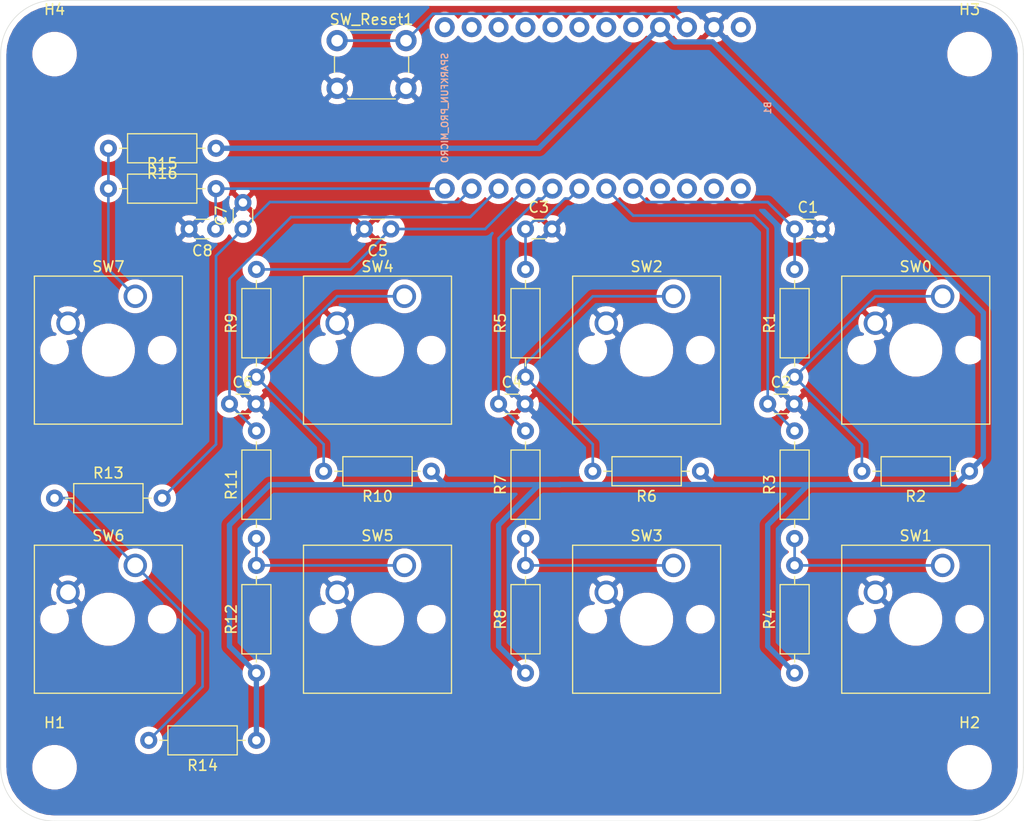
<source format=kicad_pcb>
(kicad_pcb (version 20171130) (host pcbnew "(5.1.5)-3")
  (layers (0 F.Cu signal) (31 B.Cu signal) (34 B.Paste user) (35 F.Paste user) (36 B.SilkS user) (37 F.SilkS user) (38 B.Mask user) (39 F.Mask user) (44 Edge.Cuts user))
  (net 0 "")
  (net 1 GND)
  (net 2 "Net-(B1-Pad22)")
  (net 3 VCC)
  (net 4 /BUTTON7)
  (net 5 /BUTTON6)
  (net 6 /BUTTON5)
  (net 7 /BUTTON4)
  (net 8 /BUTTON3)
  (net 9 /BUTTON2)
  (net 10 /BUTTON1)
  (net 11 /BUTTON0)
  (net 12 "Net-(R1-Pad1)")
  (net 13 "Net-(R3-Pad1)")
  (net 14 "Net-(R5-Pad1)")
  (net 15 "Net-(R7-Pad1)")
  (net 16 "Net-(R10-Pad2)")
  (net 17 "Net-(R11-Pad1)")
  (net 18 "Net-(R13-Pad1)")
  (net 19 "Net-(R15-Pad1)")
  (module Button_Switch_Keyboard:SW_Cherry_MX_1.00u_PCB (layer F.Cu) (at 33.02 73.66)
    (fp_text reference SW6 (at -2.54 -2.794) (layer F.SilkS))
    (fp_text value SW_Push)
    (fp_line (start -9.525 12.065) (end -9.525 -1.905) (layer F.SilkS) (width 0.12))
    (fp_line (start 4.445 12.065) (end -9.525 12.065) (layer F.SilkS) (width 0.12))
    (fp_line (start 4.445 -1.905) (end 4.445 12.065) (layer F.SilkS) (width 0.12))
    (fp_line (start -9.525 -1.905) (end 4.445 -1.905) (layer F.SilkS) (width 0.12))
    (pad "" np_thru_hole circle (at 2.54 5.08) (size 1.7 1.7) (drill 1.7) (layers *.Cu *.Mask))
    (pad "" np_thru_hole circle (at -7.62 5.08) (size 1.7 1.7) (drill 1.7) (layers *.Cu *.Mask))
    (pad "" np_thru_hole circle (at -2.54 5.08) (size 4 4) (drill 4) (layers *.Cu *.Mask))
    (pad 2 thru_hole circle (at -6.35 2.54) (size 2.2 2.2) (drill 1.5) (layers *.Cu *.Mask) (net 1 GND))
    (pad 1 thru_hole circle (at 0 0) (size 2.2 2.2) (drill 1.5) (layers *.Cu *.Mask) (net 18 "Net-(R13-Pad1)"))
  )
  (module MountingHole:MountingHole_3.2mm_M3 (layer F.Cu) (at 25.4 25.4)
    (fp_text reference H4 (at 0 -4.2) (layer F.SilkS))
    (fp_text value MountingHole)
    (pad 1 np_thru_hole circle (at 0 0) (size 3.2 3.2) (drill 3.2) (layers *.Cu *.Mask))
  )
  (module MountingHole:MountingHole_3.2mm_M3 (layer F.Cu) (at 111.76 25.4)
    (fp_text reference H3 (at 0 -4.2) (layer F.SilkS))
    (fp_text value MountingHole)
    (pad 1 np_thru_hole circle (at 0 0) (size 3.2 3.2) (drill 3.2) (layers *.Cu *.Mask))
  )
  (module MountingHole:MountingHole_3.2mm_M3 (layer F.Cu) (at 111.76 92.71)
    (fp_text reference H2 (at 0 -4.2) (layer F.SilkS))
    (fp_text value MountingHole)
    (pad 1 np_thru_hole circle (at 0 0) (size 3.2 3.2) (drill 3.2) (layers *.Cu *.Mask))
  )
  (module MountingHole:MountingHole_3.2mm_M3 (layer F.Cu) (at 25.4 92.71)
    (fp_text reference H1 (at 0 -4.2) (layer F.SilkS))
    (fp_text value MountingHole)
    (pad 1 np_thru_hole circle (at 0 0) (size 3.2 3.2) (drill 3.2) (layers *.Cu *.Mask))
  )
  (module SparkFun-KiCad-Libraries:SPARKFUN_PRO_MICRO (layer B.Cu) (at 77.47 30.48 90)
    (fp_text reference B1 (at 0 15.24 90) (layer B.SilkS) (effects (font (size 0.6096 0.6096) (thickness 0.127)) (justify mirror)))
    (fp_text value SPARKFUN_PRO_MICRO (at 0 -15.24 90) (layer B.SilkS) (effects (font (size 0.6096 0.6096) (thickness 0.127)) (justify mirror)))
    (pad 24 thru_hole circle (at 7.62 12.7 90) (size 1.8796 1.8796) (drill 1.016) (layers *.Cu *.Mask))
    (pad 23 thru_hole circle (at 7.62 10.16 90) (size 1.8796 1.8796) (drill 1.016) (layers *.Cu *.Mask) (net 1 GND))
    (pad 22 thru_hole circle (at 7.62 7.62 90) (size 1.8796 1.8796) (drill 1.016) (layers *.Cu *.Mask) (net 2 "Net-(B1-Pad22)"))
    (pad 21 thru_hole circle (at 7.62 5.08 90) (size 1.8796 1.8796) (drill 1.016) (layers *.Cu *.Mask) (net 3 VCC))
    (pad 20 thru_hole circle (at 7.62 2.54 90) (size 1.8796 1.8796) (drill 1.016) (layers *.Cu *.Mask))
    (pad 19 thru_hole circle (at 7.62 0 90) (size 1.8796 1.8796) (drill 1.016) (layers *.Cu *.Mask))
    (pad 18 thru_hole circle (at 7.62 -2.54 90) (size 1.8796 1.8796) (drill 1.016) (layers *.Cu *.Mask))
    (pad 17 thru_hole circle (at 7.62 -5.08 90) (size 1.8796 1.8796) (drill 1.016) (layers *.Cu *.Mask))
    (pad 16 thru_hole circle (at 7.62 -7.62 90) (size 1.8796 1.8796) (drill 1.016) (layers *.Cu *.Mask))
    (pad 15 thru_hole circle (at 7.62 -10.16 90) (size 1.8796 1.8796) (drill 1.016) (layers *.Cu *.Mask))
    (pad 14 thru_hole circle (at 7.62 -12.7 90) (size 1.8796 1.8796) (drill 1.016) (layers *.Cu *.Mask))
    (pad 13 thru_hole circle (at 7.62 -15.24 90) (size 1.8796 1.8796) (drill 1.016) (layers *.Cu *.Mask))
    (pad 12 thru_hole circle (at -7.62 -15.24 90) (size 1.8796 1.8796) (drill 1.016) (layers *.Cu *.Mask) (net 4 /BUTTON7))
    (pad 11 thru_hole circle (at -7.62 -12.7 90) (size 1.8796 1.8796) (drill 1.016) (layers *.Cu *.Mask) (net 5 /BUTTON6))
    (pad 10 thru_hole circle (at -7.62 -10.16 90) (size 1.8796 1.8796) (drill 1.016) (layers *.Cu *.Mask) (net 6 /BUTTON5))
    (pad 9 thru_hole circle (at -7.62 -7.62 90) (size 1.8796 1.8796) (drill 1.016) (layers *.Cu *.Mask) (net 7 /BUTTON4))
    (pad 8 thru_hole circle (at -7.62 -5.08 90) (size 1.8796 1.8796) (drill 1.016) (layers *.Cu *.Mask) (net 8 /BUTTON3))
    (pad 7 thru_hole circle (at -7.62 -2.54 90) (size 1.8796 1.8796) (drill 1.016) (layers *.Cu *.Mask) (net 9 /BUTTON2))
    (pad 6 thru_hole circle (at -7.62 0 90) (size 1.8796 1.8796) (drill 1.016) (layers *.Cu *.Mask) (net 10 /BUTTON1))
    (pad 5 thru_hole circle (at -7.62 2.54 90) (size 1.8796 1.8796) (drill 1.016) (layers *.Cu *.Mask) (net 11 /BUTTON0))
    (pad 4 thru_hole circle (at -7.62 5.08 90) (size 1.8796 1.8796) (drill 1.016) (layers *.Cu *.Mask))
    (pad 3 thru_hole circle (at -7.62 7.62 90) (size 1.8796 1.8796) (drill 1.016) (layers *.Cu *.Mask))
    (pad 2 thru_hole circle (at -7.62 10.16 90) (size 1.8796 1.8796) (drill 1.016) (layers *.Cu *.Mask))
    (pad 1 thru_hole circle (at -7.62 12.7 90) (size 1.8796 1.8796) (drill 1.016) (layers *.Cu *.Mask))
  )
  (module Button_Switch_THT:SW_PUSH_6mm (layer F.Cu) (at 52.07 24.13)
    (fp_text reference SW_Reset1 (at 3.25 -2) (layer F.SilkS))
    (fp_text value SW_Push)
    (fp_line (start 6.75 3) (end 6.75 1.5) (layer F.SilkS) (width 0.12))
    (fp_line (start 5.5 -1) (end 1 -1) (layer F.SilkS) (width 0.12))
    (fp_line (start -0.25 1.5) (end -0.25 3) (layer F.SilkS) (width 0.12))
    (fp_line (start 1 5.5) (end 5.5 5.5) (layer F.SilkS) (width 0.12))
    (pad 1 thru_hole circle (at 6.5 0 90) (size 2 2) (drill 1.1) (layers *.Cu *.Mask) (net 2 "Net-(B1-Pad22)"))
    (pad 2 thru_hole circle (at 6.5 4.5 90) (size 2 2) (drill 1.1) (layers *.Cu *.Mask) (net 1 GND))
    (pad 1 thru_hole circle (at 0 0 90) (size 2 2) (drill 1.1) (layers *.Cu *.Mask) (net 2 "Net-(B1-Pad22)"))
    (pad 2 thru_hole circle (at 0 4.5 90) (size 2 2) (drill 1.1) (layers *.Cu *.Mask) (net 1 GND))
  )
  (module Button_Switch_Keyboard:SW_Cherry_MX_1.00u_PCB (layer F.Cu) (at 33.02 48.26)
    (fp_text reference SW7 (at -2.54 -2.794) (layer F.SilkS))
    (fp_text value SW_Push)
    (fp_line (start -9.525 12.065) (end -9.525 -1.905) (layer F.SilkS) (width 0.12))
    (fp_line (start 4.445 12.065) (end -9.525 12.065) (layer F.SilkS) (width 0.12))
    (fp_line (start 4.445 -1.905) (end 4.445 12.065) (layer F.SilkS) (width 0.12))
    (fp_line (start -9.525 -1.905) (end 4.445 -1.905) (layer F.SilkS) (width 0.12))
    (pad "" np_thru_hole circle (at 2.54 5.08) (size 1.7 1.7) (drill 1.7) (layers *.Cu *.Mask))
    (pad "" np_thru_hole circle (at -7.62 5.08) (size 1.7 1.7) (drill 1.7) (layers *.Cu *.Mask))
    (pad "" np_thru_hole circle (at -2.54 5.08) (size 4 4) (drill 4) (layers *.Cu *.Mask))
    (pad 2 thru_hole circle (at -6.35 2.54) (size 2.2 2.2) (drill 1.5) (layers *.Cu *.Mask) (net 1 GND))
    (pad 1 thru_hole circle (at 0 0) (size 2.2 2.2) (drill 1.5) (layers *.Cu *.Mask) (net 19 "Net-(R15-Pad1)"))
  )
  (module Button_Switch_Keyboard:SW_Cherry_MX_1.00u_PCB (layer F.Cu) (at 58.42 73.66)
    (fp_text reference SW5 (at -2.54 -2.794) (layer F.SilkS))
    (fp_text value SW_Push)
    (fp_line (start -9.525 12.065) (end -9.525 -1.905) (layer F.SilkS) (width 0.12))
    (fp_line (start 4.445 12.065) (end -9.525 12.065) (layer F.SilkS) (width 0.12))
    (fp_line (start 4.445 -1.905) (end 4.445 12.065) (layer F.SilkS) (width 0.12))
    (fp_line (start -9.525 -1.905) (end 4.445 -1.905) (layer F.SilkS) (width 0.12))
    (pad "" np_thru_hole circle (at 2.54 5.08) (size 1.7 1.7) (drill 1.7) (layers *.Cu *.Mask))
    (pad "" np_thru_hole circle (at -7.62 5.08) (size 1.7 1.7) (drill 1.7) (layers *.Cu *.Mask))
    (pad "" np_thru_hole circle (at -2.54 5.08) (size 4 4) (drill 4) (layers *.Cu *.Mask))
    (pad 2 thru_hole circle (at -6.35 2.54) (size 2.2 2.2) (drill 1.5) (layers *.Cu *.Mask) (net 1 GND))
    (pad 1 thru_hole circle (at 0 0) (size 2.2 2.2) (drill 1.5) (layers *.Cu *.Mask) (net 17 "Net-(R11-Pad1)"))
  )
  (module Button_Switch_Keyboard:SW_Cherry_MX_1.00u_PCB (layer F.Cu) (at 58.42 48.26)
    (fp_text reference SW4 (at -2.54 -2.794) (layer F.SilkS))
    (fp_text value SW_Push)
    (fp_line (start -9.525 12.065) (end -9.525 -1.905) (layer F.SilkS) (width 0.12))
    (fp_line (start 4.445 12.065) (end -9.525 12.065) (layer F.SilkS) (width 0.12))
    (fp_line (start 4.445 -1.905) (end 4.445 12.065) (layer F.SilkS) (width 0.12))
    (fp_line (start -9.525 -1.905) (end 4.445 -1.905) (layer F.SilkS) (width 0.12))
    (pad "" np_thru_hole circle (at 2.54 5.08) (size 1.7 1.7) (drill 1.7) (layers *.Cu *.Mask))
    (pad "" np_thru_hole circle (at -7.62 5.08) (size 1.7 1.7) (drill 1.7) (layers *.Cu *.Mask))
    (pad "" np_thru_hole circle (at -2.54 5.08) (size 4 4) (drill 4) (layers *.Cu *.Mask))
    (pad 2 thru_hole circle (at -6.35 2.54) (size 2.2 2.2) (drill 1.5) (layers *.Cu *.Mask) (net 1 GND))
    (pad 1 thru_hole circle (at 0 0) (size 2.2 2.2) (drill 1.5) (layers *.Cu *.Mask) (net 16 "Net-(R10-Pad2)"))
  )
  (module Button_Switch_Keyboard:SW_Cherry_MX_1.00u_PCB (layer F.Cu) (at 83.82 73.66)
    (fp_text reference SW3 (at -2.54 -2.794) (layer F.SilkS))
    (fp_text value SW_Push)
    (fp_line (start -9.525 12.065) (end -9.525 -1.905) (layer F.SilkS) (width 0.12))
    (fp_line (start 4.445 12.065) (end -9.525 12.065) (layer F.SilkS) (width 0.12))
    (fp_line (start 4.445 -1.905) (end 4.445 12.065) (layer F.SilkS) (width 0.12))
    (fp_line (start -9.525 -1.905) (end 4.445 -1.905) (layer F.SilkS) (width 0.12))
    (pad "" np_thru_hole circle (at 2.54 5.08) (size 1.7 1.7) (drill 1.7) (layers *.Cu *.Mask))
    (pad "" np_thru_hole circle (at -7.62 5.08) (size 1.7 1.7) (drill 1.7) (layers *.Cu *.Mask))
    (pad "" np_thru_hole circle (at -2.54 5.08) (size 4 4) (drill 4) (layers *.Cu *.Mask))
    (pad 2 thru_hole circle (at -6.35 2.54) (size 2.2 2.2) (drill 1.5) (layers *.Cu *.Mask) (net 1 GND))
    (pad 1 thru_hole circle (at 0 0) (size 2.2 2.2) (drill 1.5) (layers *.Cu *.Mask) (net 15 "Net-(R7-Pad1)"))
  )
  (module Button_Switch_Keyboard:SW_Cherry_MX_1.00u_PCB (layer F.Cu) (at 83.82 48.26)
    (fp_text reference SW2 (at -2.54 -2.794) (layer F.SilkS))
    (fp_text value SW_Push)
    (fp_line (start -9.525 12.065) (end -9.525 -1.905) (layer F.SilkS) (width 0.12))
    (fp_line (start 4.445 12.065) (end -9.525 12.065) (layer F.SilkS) (width 0.12))
    (fp_line (start 4.445 -1.905) (end 4.445 12.065) (layer F.SilkS) (width 0.12))
    (fp_line (start -9.525 -1.905) (end 4.445 -1.905) (layer F.SilkS) (width 0.12))
    (pad "" np_thru_hole circle (at 2.54 5.08) (size 1.7 1.7) (drill 1.7) (layers *.Cu *.Mask))
    (pad "" np_thru_hole circle (at -7.62 5.08) (size 1.7 1.7) (drill 1.7) (layers *.Cu *.Mask))
    (pad "" np_thru_hole circle (at -2.54 5.08) (size 4 4) (drill 4) (layers *.Cu *.Mask))
    (pad 2 thru_hole circle (at -6.35 2.54) (size 2.2 2.2) (drill 1.5) (layers *.Cu *.Mask) (net 1 GND))
    (pad 1 thru_hole circle (at 0 0) (size 2.2 2.2) (drill 1.5) (layers *.Cu *.Mask) (net 14 "Net-(R5-Pad1)"))
  )
  (module Button_Switch_Keyboard:SW_Cherry_MX_1.00u_PCB (layer F.Cu) (at 109.22 73.66)
    (fp_text reference SW1 (at -2.54 -2.794) (layer F.SilkS))
    (fp_text value SW_Push)
    (fp_line (start -9.525 12.065) (end -9.525 -1.905) (layer F.SilkS) (width 0.12))
    (fp_line (start 4.445 12.065) (end -9.525 12.065) (layer F.SilkS) (width 0.12))
    (fp_line (start 4.445 -1.905) (end 4.445 12.065) (layer F.SilkS) (width 0.12))
    (fp_line (start -9.525 -1.905) (end 4.445 -1.905) (layer F.SilkS) (width 0.12))
    (pad "" np_thru_hole circle (at 2.54 5.08) (size 1.7 1.7) (drill 1.7) (layers *.Cu *.Mask))
    (pad "" np_thru_hole circle (at -7.62 5.08) (size 1.7 1.7) (drill 1.7) (layers *.Cu *.Mask))
    (pad "" np_thru_hole circle (at -2.54 5.08) (size 4 4) (drill 4) (layers *.Cu *.Mask))
    (pad 2 thru_hole circle (at -6.35 2.54) (size 2.2 2.2) (drill 1.5) (layers *.Cu *.Mask) (net 1 GND))
    (pad 1 thru_hole circle (at 0 0) (size 2.2 2.2) (drill 1.5) (layers *.Cu *.Mask) (net 13 "Net-(R3-Pad1)"))
  )
  (module Button_Switch_Keyboard:SW_Cherry_MX_1.00u_PCB (layer F.Cu) (at 109.22 48.26)
    (fp_text reference SW0 (at -2.54 -2.794) (layer F.SilkS))
    (fp_text value SW_Push)
    (fp_line (start -9.525 12.065) (end -9.525 -1.905) (layer F.SilkS) (width 0.12))
    (fp_line (start 4.445 12.065) (end -9.525 12.065) (layer F.SilkS) (width 0.12))
    (fp_line (start 4.445 -1.905) (end 4.445 12.065) (layer F.SilkS) (width 0.12))
    (fp_line (start -9.525 -1.905) (end 4.445 -1.905) (layer F.SilkS) (width 0.12))
    (pad "" np_thru_hole circle (at 2.54 5.08) (size 1.7 1.7) (drill 1.7) (layers *.Cu *.Mask))
    (pad "" np_thru_hole circle (at -7.62 5.08) (size 1.7 1.7) (drill 1.7) (layers *.Cu *.Mask))
    (pad "" np_thru_hole circle (at -2.54 5.08) (size 4 4) (drill 4) (layers *.Cu *.Mask))
    (pad 2 thru_hole circle (at -6.35 2.54) (size 2.2 2.2) (drill 1.5) (layers *.Cu *.Mask) (net 1 GND))
    (pad 1 thru_hole circle (at 0 0) (size 2.2 2.2) (drill 1.5) (layers *.Cu *.Mask) (net 12 "Net-(R1-Pad1)"))
  )
  (module Resistor_THT:R_Axial_DIN0207_L6.3mm_D2.5mm_P10.16mm_Horizontal (layer F.Cu) (at 40.64 34.29 180)
    (fp_text reference R16 (at 5.08 -2.37) (layer F.SilkS))
    (fp_text value 10k)
    (fp_line (start 9.12 0) (end 8.35 0) (layer F.SilkS) (width 0.12))
    (fp_line (start 1.04 0) (end 1.81 0) (layer F.SilkS) (width 0.12))
    (fp_line (start 8.35 -1.37) (end 1.81 -1.37) (layer F.SilkS) (width 0.12))
    (fp_line (start 8.35 1.37) (end 8.35 -1.37) (layer F.SilkS) (width 0.12))
    (fp_line (start 1.81 1.37) (end 8.35 1.37) (layer F.SilkS) (width 0.12))
    (fp_line (start 1.81 -1.37) (end 1.81 1.37) (layer F.SilkS) (width 0.12))
    (pad 2 thru_hole oval (at 10.16 0 180) (size 1.6 1.6) (drill 0.8) (layers *.Cu *.Mask) (net 19 "Net-(R15-Pad1)"))
    (pad 1 thru_hole circle (at 0 0 180) (size 1.6 1.6) (drill 0.8) (layers *.Cu *.Mask) (net 3 VCC))
  )
  (module Resistor_THT:R_Axial_DIN0207_L6.3mm_D2.5mm_P10.16mm_Horizontal (layer F.Cu) (at 30.48 38.1)
    (fp_text reference R15 (at 5.08 -2.37) (layer F.SilkS))
    (fp_text value 10k)
    (fp_line (start 9.12 0) (end 8.35 0) (layer F.SilkS) (width 0.12))
    (fp_line (start 1.04 0) (end 1.81 0) (layer F.SilkS) (width 0.12))
    (fp_line (start 8.35 -1.37) (end 1.81 -1.37) (layer F.SilkS) (width 0.12))
    (fp_line (start 8.35 1.37) (end 8.35 -1.37) (layer F.SilkS) (width 0.12))
    (fp_line (start 1.81 1.37) (end 8.35 1.37) (layer F.SilkS) (width 0.12))
    (fp_line (start 1.81 -1.37) (end 1.81 1.37) (layer F.SilkS) (width 0.12))
    (pad 2 thru_hole oval (at 10.16 0) (size 1.6 1.6) (drill 0.8) (layers *.Cu *.Mask) (net 4 /BUTTON7))
    (pad 1 thru_hole circle (at 0 0) (size 1.6 1.6) (drill 0.8) (layers *.Cu *.Mask) (net 19 "Net-(R15-Pad1)"))
  )
  (module Resistor_THT:R_Axial_DIN0207_L6.3mm_D2.5mm_P10.16mm_Horizontal (layer F.Cu) (at 44.45 90.17 180)
    (fp_text reference R14 (at 5.08 -2.37) (layer F.SilkS))
    (fp_text value 10k)
    (fp_line (start 9.12 0) (end 8.35 0) (layer F.SilkS) (width 0.12))
    (fp_line (start 1.04 0) (end 1.81 0) (layer F.SilkS) (width 0.12))
    (fp_line (start 8.35 -1.37) (end 1.81 -1.37) (layer F.SilkS) (width 0.12))
    (fp_line (start 8.35 1.37) (end 8.35 -1.37) (layer F.SilkS) (width 0.12))
    (fp_line (start 1.81 1.37) (end 8.35 1.37) (layer F.SilkS) (width 0.12))
    (fp_line (start 1.81 -1.37) (end 1.81 1.37) (layer F.SilkS) (width 0.12))
    (pad 2 thru_hole oval (at 10.16 0 180) (size 1.6 1.6) (drill 0.8) (layers *.Cu *.Mask) (net 18 "Net-(R13-Pad1)"))
    (pad 1 thru_hole circle (at 0 0 180) (size 1.6 1.6) (drill 0.8) (layers *.Cu *.Mask) (net 3 VCC))
  )
  (module Resistor_THT:R_Axial_DIN0207_L6.3mm_D2.5mm_P10.16mm_Horizontal (layer F.Cu) (at 25.4 67.31)
    (fp_text reference R13 (at 5.08 -2.37) (layer F.SilkS))
    (fp_text value 10k)
    (fp_line (start 9.12 0) (end 8.35 0) (layer F.SilkS) (width 0.12))
    (fp_line (start 1.04 0) (end 1.81 0) (layer F.SilkS) (width 0.12))
    (fp_line (start 8.35 -1.37) (end 1.81 -1.37) (layer F.SilkS) (width 0.12))
    (fp_line (start 8.35 1.37) (end 8.35 -1.37) (layer F.SilkS) (width 0.12))
    (fp_line (start 1.81 1.37) (end 8.35 1.37) (layer F.SilkS) (width 0.12))
    (fp_line (start 1.81 -1.37) (end 1.81 1.37) (layer F.SilkS) (width 0.12))
    (pad 2 thru_hole oval (at 10.16 0) (size 1.6 1.6) (drill 0.8) (layers *.Cu *.Mask) (net 5 /BUTTON6))
    (pad 1 thru_hole circle (at 0 0) (size 1.6 1.6) (drill 0.8) (layers *.Cu *.Mask) (net 18 "Net-(R13-Pad1)"))
  )
  (module Resistor_THT:R_Axial_DIN0207_L6.3mm_D2.5mm_P10.16mm_Horizontal (layer F.Cu) (at 44.45 83.82 90)
    (fp_text reference R12 (at 5.08 -2.37 90) (layer F.SilkS))
    (fp_text value 10k)
    (fp_line (start 9.12 0) (end 8.35 0) (layer F.SilkS) (width 0.12))
    (fp_line (start 1.04 0) (end 1.81 0) (layer F.SilkS) (width 0.12))
    (fp_line (start 8.35 -1.37) (end 1.81 -1.37) (layer F.SilkS) (width 0.12))
    (fp_line (start 8.35 1.37) (end 8.35 -1.37) (layer F.SilkS) (width 0.12))
    (fp_line (start 1.81 1.37) (end 8.35 1.37) (layer F.SilkS) (width 0.12))
    (fp_line (start 1.81 -1.37) (end 1.81 1.37) (layer F.SilkS) (width 0.12))
    (pad 2 thru_hole oval (at 10.16 0 90) (size 1.6 1.6) (drill 0.8) (layers *.Cu *.Mask) (net 17 "Net-(R11-Pad1)"))
    (pad 1 thru_hole circle (at 0 0 90) (size 1.6 1.6) (drill 0.8) (layers *.Cu *.Mask) (net 3 VCC))
  )
  (module Resistor_THT:R_Axial_DIN0207_L6.3mm_D2.5mm_P10.16mm_Horizontal (layer F.Cu) (at 44.45 71.12 90)
    (fp_text reference R11 (at 5.08 -2.37 90) (layer F.SilkS))
    (fp_text value 10k)
    (fp_line (start 9.12 0) (end 8.35 0) (layer F.SilkS) (width 0.12))
    (fp_line (start 1.04 0) (end 1.81 0) (layer F.SilkS) (width 0.12))
    (fp_line (start 8.35 -1.37) (end 1.81 -1.37) (layer F.SilkS) (width 0.12))
    (fp_line (start 8.35 1.37) (end 8.35 -1.37) (layer F.SilkS) (width 0.12))
    (fp_line (start 1.81 1.37) (end 8.35 1.37) (layer F.SilkS) (width 0.12))
    (fp_line (start 1.81 -1.37) (end 1.81 1.37) (layer F.SilkS) (width 0.12))
    (pad 2 thru_hole oval (at 10.16 0 90) (size 1.6 1.6) (drill 0.8) (layers *.Cu *.Mask) (net 6 /BUTTON5))
    (pad 1 thru_hole circle (at 0 0 90) (size 1.6 1.6) (drill 0.8) (layers *.Cu *.Mask) (net 17 "Net-(R11-Pad1)"))
  )
  (module Resistor_THT:R_Axial_DIN0207_L6.3mm_D2.5mm_P10.16mm_Horizontal (layer F.Cu) (at 60.96 64.77 180)
    (fp_text reference R10 (at 5.08 -2.37) (layer F.SilkS))
    (fp_text value 10k)
    (fp_line (start 9.12 0) (end 8.35 0) (layer F.SilkS) (width 0.12))
    (fp_line (start 1.04 0) (end 1.81 0) (layer F.SilkS) (width 0.12))
    (fp_line (start 8.35 -1.37) (end 1.81 -1.37) (layer F.SilkS) (width 0.12))
    (fp_line (start 8.35 1.37) (end 8.35 -1.37) (layer F.SilkS) (width 0.12))
    (fp_line (start 1.81 1.37) (end 8.35 1.37) (layer F.SilkS) (width 0.12))
    (fp_line (start 1.81 -1.37) (end 1.81 1.37) (layer F.SilkS) (width 0.12))
    (pad 2 thru_hole oval (at 10.16 0 180) (size 1.6 1.6) (drill 0.8) (layers *.Cu *.Mask) (net 16 "Net-(R10-Pad2)"))
    (pad 1 thru_hole circle (at 0 0 180) (size 1.6 1.6) (drill 0.8) (layers *.Cu *.Mask) (net 3 VCC))
  )
  (module Resistor_THT:R_Axial_DIN0207_L6.3mm_D2.5mm_P10.16mm_Horizontal (layer F.Cu) (at 44.45 55.88 90)
    (fp_text reference R9 (at 5.08 -2.37 90) (layer F.SilkS))
    (fp_text value 10k)
    (fp_line (start 9.12 0) (end 8.35 0) (layer F.SilkS) (width 0.12))
    (fp_line (start 1.04 0) (end 1.81 0) (layer F.SilkS) (width 0.12))
    (fp_line (start 8.35 -1.37) (end 1.81 -1.37) (layer F.SilkS) (width 0.12))
    (fp_line (start 8.35 1.37) (end 8.35 -1.37) (layer F.SilkS) (width 0.12))
    (fp_line (start 1.81 1.37) (end 8.35 1.37) (layer F.SilkS) (width 0.12))
    (fp_line (start 1.81 -1.37) (end 1.81 1.37) (layer F.SilkS) (width 0.12))
    (pad 2 thru_hole oval (at 10.16 0 90) (size 1.6 1.6) (drill 0.8) (layers *.Cu *.Mask) (net 7 /BUTTON4))
    (pad 1 thru_hole circle (at 0 0 90) (size 1.6 1.6) (drill 0.8) (layers *.Cu *.Mask) (net 16 "Net-(R10-Pad2)"))
  )
  (module Resistor_THT:R_Axial_DIN0207_L6.3mm_D2.5mm_P10.16mm_Horizontal (layer F.Cu) (at 69.85 83.82 90)
    (fp_text reference R8 (at 5.08 -2.37 90) (layer F.SilkS))
    (fp_text value 10k)
    (fp_line (start 9.12 0) (end 8.35 0) (layer F.SilkS) (width 0.12))
    (fp_line (start 1.04 0) (end 1.81 0) (layer F.SilkS) (width 0.12))
    (fp_line (start 8.35 -1.37) (end 1.81 -1.37) (layer F.SilkS) (width 0.12))
    (fp_line (start 8.35 1.37) (end 8.35 -1.37) (layer F.SilkS) (width 0.12))
    (fp_line (start 1.81 1.37) (end 8.35 1.37) (layer F.SilkS) (width 0.12))
    (fp_line (start 1.81 -1.37) (end 1.81 1.37) (layer F.SilkS) (width 0.12))
    (pad 2 thru_hole oval (at 10.16 0 90) (size 1.6 1.6) (drill 0.8) (layers *.Cu *.Mask) (net 15 "Net-(R7-Pad1)"))
    (pad 1 thru_hole circle (at 0 0 90) (size 1.6 1.6) (drill 0.8) (layers *.Cu *.Mask) (net 3 VCC))
  )
  (module Resistor_THT:R_Axial_DIN0207_L6.3mm_D2.5mm_P10.16mm_Horizontal (layer F.Cu) (at 69.85 71.12 90)
    (fp_text reference R7 (at 5.08 -2.37 90) (layer F.SilkS))
    (fp_text value 10k)
    (fp_line (start 9.12 0) (end 8.35 0) (layer F.SilkS) (width 0.12))
    (fp_line (start 1.04 0) (end 1.81 0) (layer F.SilkS) (width 0.12))
    (fp_line (start 8.35 -1.37) (end 1.81 -1.37) (layer F.SilkS) (width 0.12))
    (fp_line (start 8.35 1.37) (end 8.35 -1.37) (layer F.SilkS) (width 0.12))
    (fp_line (start 1.81 1.37) (end 8.35 1.37) (layer F.SilkS) (width 0.12))
    (fp_line (start 1.81 -1.37) (end 1.81 1.37) (layer F.SilkS) (width 0.12))
    (pad 2 thru_hole oval (at 10.16 0 90) (size 1.6 1.6) (drill 0.8) (layers *.Cu *.Mask) (net 8 /BUTTON3))
    (pad 1 thru_hole circle (at 0 0 90) (size 1.6 1.6) (drill 0.8) (layers *.Cu *.Mask) (net 15 "Net-(R7-Pad1)"))
  )
  (module Resistor_THT:R_Axial_DIN0207_L6.3mm_D2.5mm_P10.16mm_Horizontal (layer F.Cu) (at 86.36 64.77 180)
    (fp_text reference R6 (at 5.08 -2.37) (layer F.SilkS))
    (fp_text value 10k)
    (fp_line (start 9.12 0) (end 8.35 0) (layer F.SilkS) (width 0.12))
    (fp_line (start 1.04 0) (end 1.81 0) (layer F.SilkS) (width 0.12))
    (fp_line (start 8.35 -1.37) (end 1.81 -1.37) (layer F.SilkS) (width 0.12))
    (fp_line (start 8.35 1.37) (end 8.35 -1.37) (layer F.SilkS) (width 0.12))
    (fp_line (start 1.81 1.37) (end 8.35 1.37) (layer F.SilkS) (width 0.12))
    (fp_line (start 1.81 -1.37) (end 1.81 1.37) (layer F.SilkS) (width 0.12))
    (pad 2 thru_hole oval (at 10.16 0 180) (size 1.6 1.6) (drill 0.8) (layers *.Cu *.Mask) (net 14 "Net-(R5-Pad1)"))
    (pad 1 thru_hole circle (at 0 0 180) (size 1.6 1.6) (drill 0.8) (layers *.Cu *.Mask) (net 3 VCC))
  )
  (module Resistor_THT:R_Axial_DIN0207_L6.3mm_D2.5mm_P10.16mm_Horizontal (layer F.Cu) (at 69.85 55.88 90)
    (fp_text reference R5 (at 5.08 -2.37 90) (layer F.SilkS))
    (fp_text value 10k)
    (fp_line (start 9.12 0) (end 8.35 0) (layer F.SilkS) (width 0.12))
    (fp_line (start 1.04 0) (end 1.81 0) (layer F.SilkS) (width 0.12))
    (fp_line (start 8.35 -1.37) (end 1.81 -1.37) (layer F.SilkS) (width 0.12))
    (fp_line (start 8.35 1.37) (end 8.35 -1.37) (layer F.SilkS) (width 0.12))
    (fp_line (start 1.81 1.37) (end 8.35 1.37) (layer F.SilkS) (width 0.12))
    (fp_line (start 1.81 -1.37) (end 1.81 1.37) (layer F.SilkS) (width 0.12))
    (pad 2 thru_hole oval (at 10.16 0 90) (size 1.6 1.6) (drill 0.8) (layers *.Cu *.Mask) (net 9 /BUTTON2))
    (pad 1 thru_hole circle (at 0 0 90) (size 1.6 1.6) (drill 0.8) (layers *.Cu *.Mask) (net 14 "Net-(R5-Pad1)"))
  )
  (module Resistor_THT:R_Axial_DIN0207_L6.3mm_D2.5mm_P10.16mm_Horizontal (layer F.Cu) (at 95.25 83.82 90)
    (fp_text reference R4 (at 5.08 -2.37 90) (layer F.SilkS))
    (fp_text value 10k)
    (fp_line (start 9.12 0) (end 8.35 0) (layer F.SilkS) (width 0.12))
    (fp_line (start 1.04 0) (end 1.81 0) (layer F.SilkS) (width 0.12))
    (fp_line (start 8.35 -1.37) (end 1.81 -1.37) (layer F.SilkS) (width 0.12))
    (fp_line (start 8.35 1.37) (end 8.35 -1.37) (layer F.SilkS) (width 0.12))
    (fp_line (start 1.81 1.37) (end 8.35 1.37) (layer F.SilkS) (width 0.12))
    (fp_line (start 1.81 -1.37) (end 1.81 1.37) (layer F.SilkS) (width 0.12))
    (pad 2 thru_hole oval (at 10.16 0 90) (size 1.6 1.6) (drill 0.8) (layers *.Cu *.Mask) (net 13 "Net-(R3-Pad1)"))
    (pad 1 thru_hole circle (at 0 0 90) (size 1.6 1.6) (drill 0.8) (layers *.Cu *.Mask) (net 3 VCC))
  )
  (module Resistor_THT:R_Axial_DIN0207_L6.3mm_D2.5mm_P10.16mm_Horizontal (layer F.Cu) (at 95.25 71.12 90)
    (fp_text reference R3 (at 5.08 -2.37 90) (layer F.SilkS))
    (fp_text value 10k)
    (fp_line (start 9.12 0) (end 8.35 0) (layer F.SilkS) (width 0.12))
    (fp_line (start 1.04 0) (end 1.81 0) (layer F.SilkS) (width 0.12))
    (fp_line (start 8.35 -1.37) (end 1.81 -1.37) (layer F.SilkS) (width 0.12))
    (fp_line (start 8.35 1.37) (end 8.35 -1.37) (layer F.SilkS) (width 0.12))
    (fp_line (start 1.81 1.37) (end 8.35 1.37) (layer F.SilkS) (width 0.12))
    (fp_line (start 1.81 -1.37) (end 1.81 1.37) (layer F.SilkS) (width 0.12))
    (pad 2 thru_hole oval (at 10.16 0 90) (size 1.6 1.6) (drill 0.8) (layers *.Cu *.Mask) (net 10 /BUTTON1))
    (pad 1 thru_hole circle (at 0 0 90) (size 1.6 1.6) (drill 0.8) (layers *.Cu *.Mask) (net 13 "Net-(R3-Pad1)"))
  )
  (module Resistor_THT:R_Axial_DIN0207_L6.3mm_D2.5mm_P10.16mm_Horizontal (layer F.Cu) (at 111.76 64.77 180)
    (fp_text reference R2 (at 5.08 -2.37) (layer F.SilkS))
    (fp_text value 10k)
    (fp_line (start 9.12 0) (end 8.35 0) (layer F.SilkS) (width 0.12))
    (fp_line (start 1.04 0) (end 1.81 0) (layer F.SilkS) (width 0.12))
    (fp_line (start 8.35 -1.37) (end 1.81 -1.37) (layer F.SilkS) (width 0.12))
    (fp_line (start 8.35 1.37) (end 8.35 -1.37) (layer F.SilkS) (width 0.12))
    (fp_line (start 1.81 1.37) (end 8.35 1.37) (layer F.SilkS) (width 0.12))
    (fp_line (start 1.81 -1.37) (end 1.81 1.37) (layer F.SilkS) (width 0.12))
    (pad 2 thru_hole oval (at 10.16 0 180) (size 1.6 1.6) (drill 0.8) (layers *.Cu *.Mask) (net 12 "Net-(R1-Pad1)"))
    (pad 1 thru_hole circle (at 0 0 180) (size 1.6 1.6) (drill 0.8) (layers *.Cu *.Mask) (net 3 VCC))
  )
  (module Resistor_THT:R_Axial_DIN0207_L6.3mm_D2.5mm_P10.16mm_Horizontal (layer F.Cu) (at 95.25 55.88 90)
    (fp_text reference R1 (at 5.08 -2.37 90) (layer F.SilkS))
    (fp_text value 10k)
    (fp_line (start 9.12 0) (end 8.35 0) (layer F.SilkS) (width 0.12))
    (fp_line (start 1.04 0) (end 1.81 0) (layer F.SilkS) (width 0.12))
    (fp_line (start 8.35 -1.37) (end 1.81 -1.37) (layer F.SilkS) (width 0.12))
    (fp_line (start 8.35 1.37) (end 8.35 -1.37) (layer F.SilkS) (width 0.12))
    (fp_line (start 1.81 1.37) (end 8.35 1.37) (layer F.SilkS) (width 0.12))
    (fp_line (start 1.81 -1.37) (end 1.81 1.37) (layer F.SilkS) (width 0.12))
    (pad 2 thru_hole oval (at 10.16 0 90) (size 1.6 1.6) (drill 0.8) (layers *.Cu *.Mask) (net 11 /BUTTON0))
    (pad 1 thru_hole circle (at 0 0 90) (size 1.6 1.6) (drill 0.8) (layers *.Cu *.Mask) (net 12 "Net-(R1-Pad1)"))
  )
  (module Capacitor_THT:C_Disc_D3.0mm_W1.6mm_P2.50mm (layer F.Cu) (at 40.6 41.91 180)
    (fp_text reference C8 (at 1.25 -2.05) (layer F.SilkS))
    (fp_text value 100n)
    (fp_line (start 0.621 0.92) (end 1.879 0.92) (layer F.SilkS) (width 0.12))
    (fp_line (start 0.621 -0.92) (end 1.879 -0.92) (layer F.SilkS) (width 0.12))
    (pad 2 thru_hole circle (at 2.5 0 180) (size 1.6 1.6) (drill 0.8) (layers *.Cu *.Mask) (net 1 GND))
    (pad 1 thru_hole circle (at 0 0 180) (size 1.6 1.6) (drill 0.8) (layers *.Cu *.Mask) (net 4 /BUTTON7))
  )
  (module Capacitor_THT:C_Disc_D3.0mm_W1.6mm_P2.50mm (layer F.Cu) (at 43.18 41.91 90)
    (fp_text reference C7 (at 1.25 -2.05 90) (layer F.SilkS))
    (fp_text value 100n)
    (fp_line (start 0.621 0.92) (end 1.879 0.92) (layer F.SilkS) (width 0.12))
    (fp_line (start 0.621 -0.92) (end 1.879 -0.92) (layer F.SilkS) (width 0.12))
    (pad 2 thru_hole circle (at 2.5 0 90) (size 1.6 1.6) (drill 0.8) (layers *.Cu *.Mask) (net 1 GND))
    (pad 1 thru_hole circle (at 0 0 90) (size 1.6 1.6) (drill 0.8) (layers *.Cu *.Mask) (net 5 /BUTTON6))
  )
  (module Capacitor_THT:C_Disc_D3.0mm_W1.6mm_P2.50mm (layer F.Cu) (at 41.91 58.42)
    (fp_text reference C6 (at 1.25 -2.05) (layer F.SilkS))
    (fp_text value 100n)
    (fp_line (start 0.621 0.92) (end 1.879 0.92) (layer F.SilkS) (width 0.12))
    (fp_line (start 0.621 -0.92) (end 1.879 -0.92) (layer F.SilkS) (width 0.12))
    (pad 2 thru_hole circle (at 2.5 0) (size 1.6 1.6) (drill 0.8) (layers *.Cu *.Mask) (net 1 GND))
    (pad 1 thru_hole circle (at 0 0) (size 1.6 1.6) (drill 0.8) (layers *.Cu *.Mask) (net 6 /BUTTON5))
  )
  (module Capacitor_THT:C_Disc_D3.0mm_W1.6mm_P2.50mm (layer F.Cu) (at 57.15 41.91 180)
    (fp_text reference C5 (at 1.25 -2.05) (layer F.SilkS))
    (fp_text value 100n)
    (fp_line (start 0.621 0.92) (end 1.879 0.92) (layer F.SilkS) (width 0.12))
    (fp_line (start 0.621 -0.92) (end 1.879 -0.92) (layer F.SilkS) (width 0.12))
    (pad 2 thru_hole circle (at 2.5 0 180) (size 1.6 1.6) (drill 0.8) (layers *.Cu *.Mask) (net 1 GND))
    (pad 1 thru_hole circle (at 0 0 180) (size 1.6 1.6) (drill 0.8) (layers *.Cu *.Mask) (net 7 /BUTTON4))
  )
  (module Capacitor_THT:C_Disc_D3.0mm_W1.6mm_P2.50mm (layer F.Cu) (at 67.31 58.42)
    (fp_text reference C4 (at 1.25 -2.05) (layer F.SilkS))
    (fp_text value 100n)
    (fp_line (start 0.621 0.92) (end 1.879 0.92) (layer F.SilkS) (width 0.12))
    (fp_line (start 0.621 -0.92) (end 1.879 -0.92) (layer F.SilkS) (width 0.12))
    (pad 2 thru_hole circle (at 2.5 0) (size 1.6 1.6) (drill 0.8) (layers *.Cu *.Mask) (net 1 GND))
    (pad 1 thru_hole circle (at 0 0) (size 1.6 1.6) (drill 0.8) (layers *.Cu *.Mask) (net 8 /BUTTON3))
  )
  (module Capacitor_THT:C_Disc_D3.0mm_W1.6mm_P2.50mm (layer F.Cu) (at 69.85 41.91)
    (fp_text reference C3 (at 1.25 -2.05) (layer F.SilkS))
    (fp_text value 100n)
    (fp_line (start 0.621 0.92) (end 1.879 0.92) (layer F.SilkS) (width 0.12))
    (fp_line (start 0.621 -0.92) (end 1.879 -0.92) (layer F.SilkS) (width 0.12))
    (pad 2 thru_hole circle (at 2.5 0) (size 1.6 1.6) (drill 0.8) (layers *.Cu *.Mask) (net 1 GND))
    (pad 1 thru_hole circle (at 0 0) (size 1.6 1.6) (drill 0.8) (layers *.Cu *.Mask) (net 9 /BUTTON2))
  )
  (module Capacitor_THT:C_Disc_D3.0mm_W1.6mm_P2.50mm (layer F.Cu) (at 92.71 58.42)
    (fp_text reference C2 (at 1.25 -2.05) (layer F.SilkS))
    (fp_text value 100n)
    (fp_line (start 0.621 0.92) (end 1.879 0.92) (layer F.SilkS) (width 0.12))
    (fp_line (start 0.621 -0.92) (end 1.879 -0.92) (layer F.SilkS) (width 0.12))
    (pad 2 thru_hole circle (at 2.5 0) (size 1.6 1.6) (drill 0.8) (layers *.Cu *.Mask) (net 1 GND))
    (pad 1 thru_hole circle (at 0 0) (size 1.6 1.6) (drill 0.8) (layers *.Cu *.Mask) (net 10 /BUTTON1))
  )
  (module Capacitor_THT:C_Disc_D3.0mm_W1.6mm_P2.50mm (layer F.Cu) (at 95.25 41.91)
    (fp_text reference C1 (at 1.25 -2.05) (layer F.SilkS))
    (fp_text value 100n)
    (fp_line (start 0.621 0.92) (end 1.879 0.92) (layer F.SilkS) (width 0.12))
    (fp_line (start 0.621 -0.92) (end 1.879 -0.92) (layer F.SilkS) (width 0.12))
    (pad 2 thru_hole circle (at 2.5 0) (size 1.6 1.6) (drill 0.8) (layers *.Cu *.Mask) (net 1 GND))
    (pad 1 thru_hole circle (at 0 0) (size 1.6 1.6) (drill 0.8) (layers *.Cu *.Mask) (net 11 /BUTTON0))
  )
  (gr_arc (start 111.76 92.71) (end 111.76 97.79) (angle -90) (layer Edge.Cuts) (width 0.05))
  (gr_arc (start 25.4 92.71) (end 20.32 92.71) (angle -90) (layer Edge.Cuts) (width 0.05))
  (gr_arc (start 25.4 25.4) (end 25.4 20.32) (angle -90) (layer Edge.Cuts) (width 0.05))
  (gr_arc (start 111.76 25.4) (end 116.84 25.4) (angle -90) (layer Edge.Cuts) (width 0.05))
  (gr_line (start 20.32 92.71) (end 20.32 25.4) (layer Edge.Cuts) (width 0.05))
  (gr_line (start 111.76 97.79) (end 25.4 97.79) (layer Edge.Cuts) (width 0.05))
  (gr_line (start 116.84 25.4) (end 116.84 92.71) (layer Edge.Cuts) (width 0.05))
  (gr_line (start 25.4 20.32) (end 111.76 20.32) (layer Edge.Cuts) (width 0.05))
  (segment (start 59.569999 23.130001) (end 58.57 24.13) (width 0.25) (layer B.Cu) (net 2))
  (segment (start 61.104801 21.595199) (end 59.569999 23.130001) (width 0.25) (layer B.Cu) (net 2))
  (segment (start 83.825199 21.595199) (end 61.104801 21.595199) (width 0.25) (layer B.Cu) (net 2))
  (segment (start 85.09 22.86) (end 83.825199 21.595199) (width 0.25) (layer B.Cu) (net 2))
  (segment (start 58.57 24.13) (end 52.07 24.13) (width 0.25) (layer B.Cu) (net 2))
  (segment (start 112.559999 63.970001) (end 111.76 64.77) (width 0.5) (layer B.Cu) (net 3))
  (segment (start 113.060001 63.469999) (end 112.559999 63.970001) (width 0.5) (layer B.Cu) (net 3))
  (segment (start 113.060001 49.805999) (end 113.060001 63.469999) (width 0.5) (layer B.Cu) (net 3))
  (segment (start 87.503803 24.249801) (end 113.060001 49.805999) (width 0.5) (layer B.Cu) (net 3))
  (segment (start 83.939801 24.249801) (end 87.503803 24.249801) (width 0.5) (layer B.Cu) (net 3))
  (segment (start 82.55 22.86) (end 83.939801 24.249801) (width 0.5) (layer B.Cu) (net 3))
  (segment (start 87.159999 65.569999) (end 86.36 64.77) (width 0.5) (layer B.Cu) (net 3))
  (segment (start 87.610001 66.020001) (end 87.159999 65.569999) (width 0.5) (layer B.Cu) (net 3))
  (segment (start 111.76 64.77) (end 110.509999 66.020001) (width 0.5) (layer B.Cu) (net 3))
  (segment (start 92.71 69.85) (end 96.52 66.04) (width 0.5) (layer B.Cu) (net 3))
  (segment (start 92.71 81.28) (end 92.71 69.85) (width 0.5) (layer B.Cu) (net 3))
  (segment (start 95.25 83.82) (end 92.71 81.28) (width 0.5) (layer B.Cu) (net 3))
  (segment (start 110.509999 66.020001) (end 96.52 66.04) (width 0.5) (layer B.Cu) (net 3))
  (segment (start 96.52 66.04) (end 87.610001 66.020001) (width 0.5) (layer B.Cu) (net 3))
  (segment (start 73.079998 66.04) (end 71.12 66.04) (width 0.5) (layer B.Cu) (net 3))
  (segment (start 67.31 81.28) (end 69.85 83.82) (width 0.5) (layer B.Cu) (net 3))
  (segment (start 73.099997 66.020001) (end 73.079998 66.04) (width 0.5) (layer B.Cu) (net 3))
  (segment (start 87.610001 66.020001) (end 73.099997 66.020001) (width 0.5) (layer B.Cu) (net 3))
  (segment (start 71.12 66.04) (end 67.31 69.85) (width 0.5) (layer B.Cu) (net 3))
  (segment (start 67.31 69.85) (end 67.31 81.28) (width 0.5) (layer B.Cu) (net 3))
  (segment (start 62.23 66.04) (end 60.96 64.77) (width 0.5) (layer B.Cu) (net 3))
  (segment (start 71.12 66.04) (end 62.23 66.04) (width 0.5) (layer B.Cu) (net 3))
  (segment (start 44.45 90.17) (end 44.45 83.82) (width 0.5) (layer B.Cu) (net 3))
  (segment (start 44.45 83.82) (end 41.91 81.28) (width 0.5) (layer B.Cu) (net 3))
  (segment (start 41.91 81.28) (end 41.91 69.85) (width 0.5) (layer B.Cu) (net 3))
  (segment (start 41.91 69.85) (end 45.72 66.04) (width 0.5) (layer B.Cu) (net 3))
  (segment (start 45.72 66.04) (end 62.23 66.04) (width 0.5) (layer B.Cu) (net 3))
  (segment (start 78.74 26.67) (end 82.55 22.86) (width 0.5) (layer B.Cu) (net 3))
  (segment (start 71.12 34.29) (end 78.74 26.67) (width 0.5) (layer B.Cu) (net 3))
  (segment (start 40.64 34.29) (end 71.12 34.29) (width 0.5) (layer B.Cu) (net 3))
  (segment (start 40.6 38.14) (end 40.64 38.1) (width 0.25) (layer B.Cu) (net 4))
  (segment (start 40.6 41.91) (end 40.6 38.14) (width 0.25) (layer B.Cu) (net 4))
  (segment (start 40.64 38.1) (end 62.23 38.1) (width 0.25) (layer B.Cu) (net 4))
  (segment (start 43.979999 41.110001) (end 43.18 41.91) (width 0.25) (layer B.Cu) (net 5))
  (segment (start 45.725199 39.364801) (end 43.979999 41.110001) (width 0.25) (layer B.Cu) (net 5))
  (segment (start 63.505199 39.364801) (end 45.725199 39.364801) (width 0.25) (layer B.Cu) (net 5))
  (segment (start 64.77 38.1) (end 63.505199 39.364801) (width 0.25) (layer B.Cu) (net 5))
  (segment (start 43.18 41.91) (end 40.64 44.45) (width 0.25) (layer B.Cu) (net 5))
  (segment (start 40.64 62.23) (end 35.56 67.31) (width 0.25) (layer B.Cu) (net 5))
  (segment (start 40.64 44.45) (end 40.64 62.23) (width 0.25) (layer B.Cu) (net 5))
  (segment (start 44.45 60.96) (end 41.91 58.42) (width 0.25) (layer B.Cu) (net 6))
  (segment (start 41.91 46.594998) (end 41.91 57.28863) (width 0.25) (layer B.Cu) (net 6))
  (segment (start 47.719999 40.784999) (end 41.91 46.594998) (width 0.25) (layer B.Cu) (net 6))
  (segment (start 41.91 57.28863) (end 41.91 58.42) (width 0.25) (layer B.Cu) (net 6))
  (segment (start 64.625001 40.784999) (end 47.719999 40.784999) (width 0.25) (layer B.Cu) (net 6))
  (segment (start 67.31 38.1) (end 64.625001 40.784999) (width 0.25) (layer B.Cu) (net 6))
  (segment (start 53.34 45.72) (end 57.15 41.91) (width 0.25) (layer B.Cu) (net 7))
  (segment (start 44.45 45.72) (end 53.34 45.72) (width 0.25) (layer B.Cu) (net 7))
  (segment (start 66.04 41.91) (end 69.85 38.1) (width 0.25) (layer B.Cu) (net 7))
  (segment (start 57.15 41.91) (end 66.04 41.91) (width 0.25) (layer B.Cu) (net 7))
  (segment (start 67.31 58.42) (end 69.85 60.96) (width 0.25) (layer B.Cu) (net 8))
  (segment (start 71.450201 39.039799) (end 72.39 38.1) (width 0.25) (layer B.Cu) (net 8))
  (segment (start 71.055199 39.039799) (end 71.450201 39.039799) (width 0.25) (layer B.Cu) (net 8))
  (segment (start 67.31 42.784998) (end 71.055199 39.039799) (width 0.25) (layer B.Cu) (net 8))
  (segment (start 67.31 58.42) (end 67.31 42.784998) (width 0.25) (layer B.Cu) (net 8))
  (segment (start 70.649999 41.110001) (end 69.85 41.91) (width 0.25) (layer B.Cu) (net 9))
  (segment (start 71.484997 41.110001) (end 70.649999 41.110001) (width 0.25) (layer B.Cu) (net 9))
  (segment (start 73.555199 39.039799) (end 71.484997 41.110001) (width 0.25) (layer B.Cu) (net 9))
  (segment (start 73.990201 39.039799) (end 73.555199 39.039799) (width 0.25) (layer B.Cu) (net 9))
  (segment (start 74.93 38.1) (end 73.990201 39.039799) (width 0.25) (layer B.Cu) (net 9))
  (segment (start 69.85 41.91) (end 69.85 45.72) (width 0.25) (layer B.Cu) (net 9))
  (segment (start 95.25 60.96) (end 92.71 58.42) (width 0.25) (layer B.Cu) (net 10))
  (segment (start 92.71 58.42) (end 92.71 41.91) (width 0.25) (layer B.Cu) (net 10))
  (segment (start 77.47 38.1) (end 80.01 40.64) (width 0.25) (layer B.Cu) (net 10))
  (segment (start 91.44 40.64) (end 92.71 41.91) (width 0.25) (layer B.Cu) (net 10))
  (segment (start 80.01 40.64) (end 91.44 40.64) (width 0.25) (layer B.Cu) (net 10))
  (segment (start 95.25 45.72) (end 95.25 41.91) (width 0.25) (layer B.Cu) (net 11))
  (segment (start 92.71 39.37) (end 95.25 41.91) (width 0.25) (layer B.Cu) (net 11))
  (segment (start 80.01 38.1) (end 81.28 39.37) (width 0.25) (layer B.Cu) (net 11))
  (segment (start 81.28 39.37) (end 92.71 39.37) (width 0.25) (layer B.Cu) (net 11))
  (segment (start 102.87 48.26) (end 95.25 55.88) (width 0.25) (layer B.Cu) (net 12))
  (segment (start 109.22 48.26) (end 102.87 48.26) (width 0.25) (layer B.Cu) (net 12))
  (segment (start 101.6 62.23) (end 95.25 55.88) (width 0.25) (layer B.Cu) (net 12))
  (segment (start 101.6 64.77) (end 101.6 62.23) (width 0.25) (layer B.Cu) (net 12))
  (segment (start 109.22 73.66) (end 95.25 73.66) (width 0.25) (layer B.Cu) (net 13))
  (segment (start 95.25 73.66) (end 95.25 71.12) (width 0.25) (layer B.Cu) (net 13))
  (segment (start 69.85 55.88) (end 69.85 54.61) (width 0.25) (layer B.Cu) (net 14))
  (segment (start 76.2 48.26) (end 83.82 48.26) (width 0.25) (layer B.Cu) (net 14))
  (segment (start 69.85 54.61) (end 76.2 48.26) (width 0.25) (layer B.Cu) (net 14))
  (segment (start 76.2 62.23) (end 69.85 55.88) (width 0.25) (layer B.Cu) (net 14))
  (segment (start 76.2 64.77) (end 76.2 62.23) (width 0.25) (layer B.Cu) (net 14))
  (segment (start 83.82 73.66) (end 69.85 73.66) (width 0.25) (layer B.Cu) (net 15))
  (segment (start 69.85 73.66) (end 69.85 71.12) (width 0.25) (layer B.Cu) (net 15))
  (segment (start 52.07 48.26) (end 44.45 55.88) (width 0.25) (layer B.Cu) (net 16))
  (segment (start 58.42 48.26) (end 52.07 48.26) (width 0.25) (layer B.Cu) (net 16))
  (segment (start 50.8 62.23) (end 50.8 64.77) (width 0.25) (layer B.Cu) (net 16))
  (segment (start 44.45 55.88) (end 50.8 62.23) (width 0.25) (layer B.Cu) (net 16))
  (segment (start 58.42 73.66) (end 44.45 73.66) (width 0.25) (layer B.Cu) (net 17))
  (segment (start 44.45 73.66) (end 44.45 71.12) (width 0.25) (layer B.Cu) (net 17))
  (segment (start 34.29 90.17) (end 39.37 85.09) (width 0.25) (layer B.Cu) (net 18))
  (segment (start 33.02 73.66) (end 39.37 80.01) (width 0.25) (layer B.Cu) (net 18))
  (segment (start 39.37 80.01) (end 39.37 85.09) (width 0.25) (layer B.Cu) (net 18))
  (segment (start 26.67 67.31) (end 25.4 67.31) (width 0.25) (layer B.Cu) (net 18))
  (segment (start 33.02 73.66) (end 26.67 67.31) (width 0.25) (layer B.Cu) (net 18))
  (segment (start 30.48 34.29) (end 30.48 38.1) (width 0.25) (layer B.Cu) (net 19))
  (segment (start 30.48 45.72) (end 33.02 48.26) (width 0.25) (layer B.Cu) (net 19))
  (segment (start 30.48 38.1) (end 30.48 45.72) (width 0.25) (layer B.Cu) (net 19))
  (zone (net 1) (net_name GND) (layer F.Cu) (connect_pads (clearance 0.508)) (min_thickness 0.254) (fill yes (arc_segments 32) (thermal_gap 0.508) (thermal_bridge_width 0.508))
    (polygon (pts (xy 116.84 97.79) (xy 20.32 97.79) (xy 20.32 20.32) (xy 116.84 20.32)))
  )
  (zone (net 1) (net_name GND) (layer B.Cu) (connect_pads (clearance 0.508)) (min_thickness 0.254) (fill yes (arc_segments 32) (thermal_gap 0.508) (thermal_bridge_width 0.508))
    (polygon (pts (xy 116.84 97.79) (xy 20.32 97.79) (xy 20.32 20.32) (xy 116.84 20.32)))
  )
)
</source>
